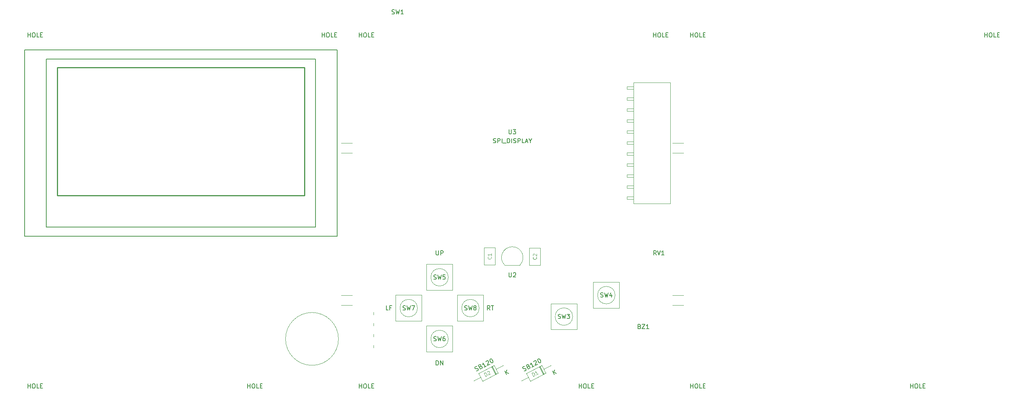
<source format=gbr>
G04 #@! TF.GenerationSoftware,KiCad,Pcbnew,(5.1.9-0-10_14)*
G04 #@! TF.CreationDate,2021-03-07T20:02:12-08:00*
G04 #@! TF.ProjectId,system,73797374-656d-42e6-9b69-6361645f7063,1.0-dev4*
G04 #@! TF.SameCoordinates,Original*
G04 #@! TF.FileFunction,Other,Fab,Top*
%FSLAX46Y46*%
G04 Gerber Fmt 4.6, Leading zero omitted, Abs format (unit mm)*
G04 Created by KiCad (PCBNEW (5.1.9-0-10_14)) date 2021-03-07 20:02:12*
%MOMM*%
%LPD*%
G01*
G04 APERTURE LIST*
%ADD10C,0.250000*%
%ADD11C,0.200000*%
%ADD12C,0.150000*%
%ADD13C,0.100000*%
%ADD14C,0.120000*%
G04 APERTURE END LIST*
D10*
X91809500Y-77596000D02*
X91809500Y-107096000D01*
X34809500Y-77596000D02*
X34809500Y-107096000D01*
D11*
X32309500Y-114396000D02*
X94309500Y-114396000D01*
X94309500Y-75596000D02*
X94309500Y-114396000D01*
X32309500Y-75596000D02*
X32309500Y-114396000D01*
X32309500Y-75596000D02*
X94309500Y-75596000D01*
D10*
X34809500Y-107096000D02*
X91809500Y-107096000D01*
X34809500Y-77596000D02*
X91809500Y-77596000D01*
D12*
X27309500Y-73496000D02*
X27309500Y-116496000D01*
X99309500Y-73496000D02*
X99309500Y-116496000D01*
X27309500Y-116496000D02*
X99309500Y-116496000D01*
X27309500Y-73496000D02*
X99309500Y-73496000D01*
D13*
X107696000Y-134066000D02*
X107696000Y-134666000D01*
X107696000Y-136606000D02*
X107696000Y-137206000D01*
X107696000Y-139146000D02*
X107696000Y-139746000D01*
X107696000Y-141686000D02*
X107696000Y-142286000D01*
X167636000Y-98806000D02*
X167640000Y-81026000D01*
X176146000Y-81026000D02*
X176146000Y-98806000D01*
X166116000Y-95296000D02*
X167636000Y-95296000D01*
X167636000Y-94696000D02*
X166116000Y-94696000D01*
X166116000Y-94696000D02*
X166116000Y-95296000D01*
X166116000Y-92756000D02*
X167636000Y-92756000D01*
X167636000Y-92156000D02*
X166116000Y-92156000D01*
X166116000Y-92156000D02*
X166116000Y-92756000D01*
X166116000Y-90216000D02*
X167636000Y-90216000D01*
X167636000Y-89616000D02*
X166116000Y-89616000D01*
X166116000Y-89616000D02*
X166116000Y-90216000D01*
X166116000Y-87676000D02*
X167636000Y-87676000D01*
X167636000Y-87076000D02*
X166116000Y-87076000D01*
X166116000Y-87076000D02*
X166116000Y-87676000D01*
X176146000Y-81026000D02*
X167640000Y-81026000D01*
X166116000Y-97836000D02*
X167636000Y-97836000D01*
X167636000Y-97236000D02*
X166116000Y-97236000D01*
X166116000Y-97236000D02*
X166116000Y-97836000D01*
X167636000Y-84536000D02*
X166116000Y-84536000D01*
X166116000Y-85136000D02*
X167636000Y-85136000D01*
X166116000Y-84536000D02*
X166116000Y-85136000D01*
X167636000Y-99776000D02*
X166116000Y-99776000D01*
X166116000Y-100376000D02*
X167636000Y-100376000D01*
X166116000Y-99776000D02*
X166116000Y-100376000D01*
X166116000Y-104856000D02*
X166116000Y-105456000D01*
X176146000Y-108966000D02*
X167636000Y-108966000D01*
X176146000Y-98806000D02*
X176146000Y-108966000D01*
X167636000Y-108966000D02*
X167636000Y-99776000D01*
X167640000Y-98806000D02*
X167636000Y-99776000D01*
X166116000Y-107396000D02*
X166116000Y-107996000D01*
X166116000Y-105456000D02*
X167636000Y-105456000D01*
X167636000Y-104856000D02*
X166116000Y-104856000D01*
X167636000Y-102316000D02*
X166116000Y-102316000D01*
X166116000Y-102316000D02*
X166116000Y-102916000D01*
X166116000Y-102916000D02*
X167636000Y-102916000D01*
X167636000Y-107396000D02*
X166116000Y-107396000D01*
X166116000Y-107996000D02*
X167636000Y-107996000D01*
X167636000Y-81996000D02*
X166116000Y-81996000D01*
X166116000Y-81996000D02*
X166116000Y-82596000D01*
X166116000Y-82596000D02*
X167636000Y-82596000D01*
D14*
X99635500Y-140208000D02*
G75*
G03*
X99635500Y-140208000I-6100000J0D01*
G01*
D13*
X153617564Y-135053000D02*
G75*
G03*
X153617564Y-135053000I-2015564J0D01*
G01*
X148602000Y-138053000D02*
X148602000Y-135053000D01*
X154602000Y-138053000D02*
X148602000Y-138053000D01*
X154602000Y-132053000D02*
X154602000Y-138053000D01*
X148602000Y-132053000D02*
X154602000Y-132053000D01*
X148602000Y-135053000D02*
X148602000Y-132053000D01*
X163396564Y-130100000D02*
G75*
G03*
X163396564Y-130100000I-2015564J0D01*
G01*
X158381000Y-133100000D02*
X158381000Y-130100000D01*
X164381000Y-133100000D02*
X158381000Y-133100000D01*
X164381000Y-127100000D02*
X164381000Y-133100000D01*
X158381000Y-127100000D02*
X164381000Y-127100000D01*
X158381000Y-130100000D02*
X158381000Y-127100000D01*
X124951564Y-125984000D02*
G75*
G03*
X124951564Y-125984000I-2015564J0D01*
G01*
X119936000Y-128984000D02*
X119936000Y-125984000D01*
X125936000Y-128984000D02*
X119936000Y-128984000D01*
X125936000Y-122984000D02*
X125936000Y-128984000D01*
X119936000Y-122984000D02*
X125936000Y-122984000D01*
X119936000Y-125984000D02*
X119936000Y-122984000D01*
X124951564Y-140208000D02*
G75*
G03*
X124951564Y-140208000I-2015564J0D01*
G01*
X125936000Y-137208000D02*
X125936000Y-140208000D01*
X119936000Y-137208000D02*
X125936000Y-137208000D01*
X119936000Y-143208000D02*
X119936000Y-137208000D01*
X125936000Y-143208000D02*
X119936000Y-143208000D01*
X125936000Y-140208000D02*
X125936000Y-143208000D01*
X117839564Y-133096000D02*
G75*
G03*
X117839564Y-133096000I-2015564J0D01*
G01*
X112824000Y-136096000D02*
X112824000Y-133096000D01*
X118824000Y-136096000D02*
X112824000Y-136096000D01*
X118824000Y-130096000D02*
X118824000Y-136096000D01*
X112824000Y-130096000D02*
X118824000Y-130096000D01*
X112824000Y-133096000D02*
X112824000Y-130096000D01*
X132063564Y-133096000D02*
G75*
G03*
X132063564Y-133096000I-2015564J0D01*
G01*
X133048000Y-130096000D02*
X133048000Y-133096000D01*
X127048000Y-130096000D02*
X133048000Y-130096000D01*
X127048000Y-136096000D02*
X127048000Y-130096000D01*
X133048000Y-136096000D02*
X127048000Y-136096000D01*
X133048000Y-133096000D02*
X133048000Y-136096000D01*
X179165000Y-132461000D02*
X176625000Y-132461000D01*
X179165000Y-130175000D02*
X176625000Y-130175000D01*
X179165000Y-94996000D02*
X176625000Y-94996000D01*
X179165000Y-97282000D02*
X176625000Y-97282000D01*
X100235000Y-94996000D02*
X102775000Y-94996000D01*
X100235000Y-97282000D02*
X102775000Y-97282000D01*
X100235000Y-132461000D02*
X102775000Y-132461000D01*
X100235000Y-130175000D02*
X102775000Y-130175000D01*
X135743000Y-123138000D02*
X135743000Y-119138000D01*
X133243000Y-123138000D02*
X135743000Y-123138000D01*
X133243000Y-119138000D02*
X133243000Y-123138000D01*
X135743000Y-119138000D02*
X133243000Y-119138000D01*
X143657000Y-123178000D02*
X146157000Y-123178000D01*
X146157000Y-123178000D02*
X146157000Y-119178000D01*
X146157000Y-119178000D02*
X143657000Y-119178000D01*
X143657000Y-119178000D02*
X143657000Y-123178000D01*
X147446259Y-148064252D02*
X146522762Y-146290230D01*
X146522762Y-146290230D02*
X142974718Y-148137225D01*
X142974718Y-148137225D02*
X143898216Y-149911246D01*
X143898216Y-149911246D02*
X147446259Y-148064252D01*
X148590000Y-146341476D02*
X146984510Y-147177241D01*
X141830977Y-149860000D02*
X143436467Y-149024235D01*
X146914053Y-148341301D02*
X145990555Y-146567279D01*
X146825351Y-148387476D02*
X145901854Y-146613454D01*
X147002754Y-148295126D02*
X146079256Y-146521104D01*
X135981777Y-148295126D02*
X135058279Y-146521104D01*
X135804374Y-148387476D02*
X134880877Y-146613454D01*
X135893076Y-148341301D02*
X134969578Y-146567279D01*
X130810000Y-149860000D02*
X132415490Y-149024235D01*
X137569023Y-146341476D02*
X135963533Y-147177241D01*
X132877239Y-149911246D02*
X136425282Y-148064252D01*
X131953741Y-148137225D02*
X132877239Y-149911246D01*
X135501785Y-146290230D02*
X131953741Y-148137225D01*
X136425282Y-148064252D02*
X135501785Y-146290230D01*
X137960000Y-123162000D02*
X141460000Y-123162000D01*
X137946375Y-123165625D02*
G75*
G02*
X139700000Y-118932000I1753625J1753625D01*
G01*
X141453625Y-123165625D02*
G75*
G03*
X139700000Y-118932000I-1753625J1753625D01*
G01*
D12*
X138938095Y-91908380D02*
X138938095Y-92717904D01*
X138985714Y-92813142D01*
X139033333Y-92860761D01*
X139128571Y-92908380D01*
X139319047Y-92908380D01*
X139414285Y-92860761D01*
X139461904Y-92813142D01*
X139509523Y-92717904D01*
X139509523Y-91908380D01*
X139890476Y-91908380D02*
X140509523Y-91908380D01*
X140176190Y-92289333D01*
X140319047Y-92289333D01*
X140414285Y-92336952D01*
X140461904Y-92384571D01*
X140509523Y-92479809D01*
X140509523Y-92717904D01*
X140461904Y-92813142D01*
X140414285Y-92860761D01*
X140319047Y-92908380D01*
X140033333Y-92908380D01*
X139938095Y-92860761D01*
X139890476Y-92813142D01*
X135319047Y-94900761D02*
X135461904Y-94948380D01*
X135700000Y-94948380D01*
X135795238Y-94900761D01*
X135842857Y-94853142D01*
X135890476Y-94757904D01*
X135890476Y-94662666D01*
X135842857Y-94567428D01*
X135795238Y-94519809D01*
X135700000Y-94472190D01*
X135509523Y-94424571D01*
X135414285Y-94376952D01*
X135366666Y-94329333D01*
X135319047Y-94234095D01*
X135319047Y-94138857D01*
X135366666Y-94043619D01*
X135414285Y-93996000D01*
X135509523Y-93948380D01*
X135747619Y-93948380D01*
X135890476Y-93996000D01*
X136319047Y-94948380D02*
X136319047Y-93948380D01*
X136700000Y-93948380D01*
X136795238Y-93996000D01*
X136842857Y-94043619D01*
X136890476Y-94138857D01*
X136890476Y-94281714D01*
X136842857Y-94376952D01*
X136795238Y-94424571D01*
X136700000Y-94472190D01*
X136319047Y-94472190D01*
X137319047Y-94948380D02*
X137319047Y-93948380D01*
X137557142Y-95043619D02*
X138319047Y-95043619D01*
X138557142Y-94948380D02*
X138557142Y-93948380D01*
X138795238Y-93948380D01*
X138938095Y-93996000D01*
X139033333Y-94091238D01*
X139080952Y-94186476D01*
X139128571Y-94376952D01*
X139128571Y-94519809D01*
X139080952Y-94710285D01*
X139033333Y-94805523D01*
X138938095Y-94900761D01*
X138795238Y-94948380D01*
X138557142Y-94948380D01*
X139557142Y-94948380D02*
X139557142Y-93948380D01*
X139985714Y-94900761D02*
X140128571Y-94948380D01*
X140366666Y-94948380D01*
X140461904Y-94900761D01*
X140509523Y-94853142D01*
X140557142Y-94757904D01*
X140557142Y-94662666D01*
X140509523Y-94567428D01*
X140461904Y-94519809D01*
X140366666Y-94472190D01*
X140176190Y-94424571D01*
X140080952Y-94376952D01*
X140033333Y-94329333D01*
X139985714Y-94234095D01*
X139985714Y-94138857D01*
X140033333Y-94043619D01*
X140080952Y-93996000D01*
X140176190Y-93948380D01*
X140414285Y-93948380D01*
X140557142Y-93996000D01*
X140985714Y-94948380D02*
X140985714Y-93948380D01*
X141366666Y-93948380D01*
X141461904Y-93996000D01*
X141509523Y-94043619D01*
X141557142Y-94138857D01*
X141557142Y-94281714D01*
X141509523Y-94376952D01*
X141461904Y-94424571D01*
X141366666Y-94472190D01*
X140985714Y-94472190D01*
X142461904Y-94948380D02*
X141985714Y-94948380D01*
X141985714Y-93948380D01*
X142747619Y-94662666D02*
X143223809Y-94662666D01*
X142652380Y-94948380D02*
X142985714Y-93948380D01*
X143319047Y-94948380D01*
X143842857Y-94472190D02*
X143842857Y-94948380D01*
X143509523Y-93948380D02*
X143842857Y-94472190D01*
X144176190Y-93948380D01*
X150268666Y-135457761D02*
X150411523Y-135505380D01*
X150649619Y-135505380D01*
X150744857Y-135457761D01*
X150792476Y-135410142D01*
X150840095Y-135314904D01*
X150840095Y-135219666D01*
X150792476Y-135124428D01*
X150744857Y-135076809D01*
X150649619Y-135029190D01*
X150459142Y-134981571D01*
X150363904Y-134933952D01*
X150316285Y-134886333D01*
X150268666Y-134791095D01*
X150268666Y-134695857D01*
X150316285Y-134600619D01*
X150363904Y-134553000D01*
X150459142Y-134505380D01*
X150697238Y-134505380D01*
X150840095Y-134553000D01*
X151173428Y-134505380D02*
X151411523Y-135505380D01*
X151602000Y-134791095D01*
X151792476Y-135505380D01*
X152030571Y-134505380D01*
X152316285Y-134505380D02*
X152935333Y-134505380D01*
X152602000Y-134886333D01*
X152744857Y-134886333D01*
X152840095Y-134933952D01*
X152887714Y-134981571D01*
X152935333Y-135076809D01*
X152935333Y-135314904D01*
X152887714Y-135410142D01*
X152840095Y-135457761D01*
X152744857Y-135505380D01*
X152459142Y-135505380D01*
X152363904Y-135457761D01*
X152316285Y-135410142D01*
X160047666Y-130504761D02*
X160190523Y-130552380D01*
X160428619Y-130552380D01*
X160523857Y-130504761D01*
X160571476Y-130457142D01*
X160619095Y-130361904D01*
X160619095Y-130266666D01*
X160571476Y-130171428D01*
X160523857Y-130123809D01*
X160428619Y-130076190D01*
X160238142Y-130028571D01*
X160142904Y-129980952D01*
X160095285Y-129933333D01*
X160047666Y-129838095D01*
X160047666Y-129742857D01*
X160095285Y-129647619D01*
X160142904Y-129600000D01*
X160238142Y-129552380D01*
X160476238Y-129552380D01*
X160619095Y-129600000D01*
X160952428Y-129552380D02*
X161190523Y-130552380D01*
X161381000Y-129838095D01*
X161571476Y-130552380D01*
X161809571Y-129552380D01*
X162619095Y-129885714D02*
X162619095Y-130552380D01*
X162381000Y-129504761D02*
X162142904Y-130219047D01*
X162761952Y-130219047D01*
X122150285Y-119848380D02*
X122150285Y-120657904D01*
X122197904Y-120753142D01*
X122245523Y-120800761D01*
X122340761Y-120848380D01*
X122531238Y-120848380D01*
X122626476Y-120800761D01*
X122674095Y-120753142D01*
X122721714Y-120657904D01*
X122721714Y-119848380D01*
X123197904Y-120848380D02*
X123197904Y-119848380D01*
X123578857Y-119848380D01*
X123674095Y-119896000D01*
X123721714Y-119943619D01*
X123769333Y-120038857D01*
X123769333Y-120181714D01*
X123721714Y-120276952D01*
X123674095Y-120324571D01*
X123578857Y-120372190D01*
X123197904Y-120372190D01*
X121602666Y-126388761D02*
X121745523Y-126436380D01*
X121983619Y-126436380D01*
X122078857Y-126388761D01*
X122126476Y-126341142D01*
X122174095Y-126245904D01*
X122174095Y-126150666D01*
X122126476Y-126055428D01*
X122078857Y-126007809D01*
X121983619Y-125960190D01*
X121793142Y-125912571D01*
X121697904Y-125864952D01*
X121650285Y-125817333D01*
X121602666Y-125722095D01*
X121602666Y-125626857D01*
X121650285Y-125531619D01*
X121697904Y-125484000D01*
X121793142Y-125436380D01*
X122031238Y-125436380D01*
X122174095Y-125484000D01*
X122507428Y-125436380D02*
X122745523Y-126436380D01*
X122936000Y-125722095D01*
X123126476Y-126436380D01*
X123364571Y-125436380D01*
X124221714Y-125436380D02*
X123745523Y-125436380D01*
X123697904Y-125912571D01*
X123745523Y-125864952D01*
X123840761Y-125817333D01*
X124078857Y-125817333D01*
X124174095Y-125864952D01*
X124221714Y-125912571D01*
X124269333Y-126007809D01*
X124269333Y-126245904D01*
X124221714Y-126341142D01*
X124174095Y-126388761D01*
X124078857Y-126436380D01*
X123840761Y-126436380D01*
X123745523Y-126388761D01*
X123697904Y-126341142D01*
X122150285Y-146248380D02*
X122150285Y-145248380D01*
X122388380Y-145248380D01*
X122531238Y-145296000D01*
X122626476Y-145391238D01*
X122674095Y-145486476D01*
X122721714Y-145676952D01*
X122721714Y-145819809D01*
X122674095Y-146010285D01*
X122626476Y-146105523D01*
X122531238Y-146200761D01*
X122388380Y-146248380D01*
X122150285Y-146248380D01*
X123150285Y-146248380D02*
X123150285Y-145248380D01*
X123721714Y-146248380D01*
X123721714Y-145248380D01*
X121602666Y-140612761D02*
X121745523Y-140660380D01*
X121983619Y-140660380D01*
X122078857Y-140612761D01*
X122126476Y-140565142D01*
X122174095Y-140469904D01*
X122174095Y-140374666D01*
X122126476Y-140279428D01*
X122078857Y-140231809D01*
X121983619Y-140184190D01*
X121793142Y-140136571D01*
X121697904Y-140088952D01*
X121650285Y-140041333D01*
X121602666Y-139946095D01*
X121602666Y-139850857D01*
X121650285Y-139755619D01*
X121697904Y-139708000D01*
X121793142Y-139660380D01*
X122031238Y-139660380D01*
X122174095Y-139708000D01*
X122507428Y-139660380D02*
X122745523Y-140660380D01*
X122936000Y-139946095D01*
X123126476Y-140660380D01*
X123364571Y-139660380D01*
X124174095Y-139660380D02*
X123983619Y-139660380D01*
X123888380Y-139708000D01*
X123840761Y-139755619D01*
X123745523Y-139898476D01*
X123697904Y-140088952D01*
X123697904Y-140469904D01*
X123745523Y-140565142D01*
X123793142Y-140612761D01*
X123888380Y-140660380D01*
X124078857Y-140660380D01*
X124174095Y-140612761D01*
X124221714Y-140565142D01*
X124269333Y-140469904D01*
X124269333Y-140231809D01*
X124221714Y-140136571D01*
X124174095Y-140088952D01*
X124078857Y-140041333D01*
X123888380Y-140041333D01*
X123793142Y-140088952D01*
X123745523Y-140136571D01*
X123697904Y-140231809D01*
X111132952Y-133548380D02*
X110656761Y-133548380D01*
X110656761Y-132548380D01*
X111799619Y-133024571D02*
X111466285Y-133024571D01*
X111466285Y-133548380D02*
X111466285Y-132548380D01*
X111942476Y-132548380D01*
X114490666Y-133500761D02*
X114633523Y-133548380D01*
X114871619Y-133548380D01*
X114966857Y-133500761D01*
X115014476Y-133453142D01*
X115062095Y-133357904D01*
X115062095Y-133262666D01*
X115014476Y-133167428D01*
X114966857Y-133119809D01*
X114871619Y-133072190D01*
X114681142Y-133024571D01*
X114585904Y-132976952D01*
X114538285Y-132929333D01*
X114490666Y-132834095D01*
X114490666Y-132738857D01*
X114538285Y-132643619D01*
X114585904Y-132596000D01*
X114681142Y-132548380D01*
X114919238Y-132548380D01*
X115062095Y-132596000D01*
X115395428Y-132548380D02*
X115633523Y-133548380D01*
X115824000Y-132834095D01*
X116014476Y-133548380D01*
X116252571Y-132548380D01*
X116538285Y-132548380D02*
X117204952Y-132548380D01*
X116776380Y-133548380D01*
X134548571Y-133548380D02*
X134215238Y-133072190D01*
X133977142Y-133548380D02*
X133977142Y-132548380D01*
X134358095Y-132548380D01*
X134453333Y-132596000D01*
X134500952Y-132643619D01*
X134548571Y-132738857D01*
X134548571Y-132881714D01*
X134500952Y-132976952D01*
X134453333Y-133024571D01*
X134358095Y-133072190D01*
X133977142Y-133072190D01*
X134834285Y-132548380D02*
X135405714Y-132548380D01*
X135120000Y-133548380D02*
X135120000Y-132548380D01*
X128714666Y-133500761D02*
X128857523Y-133548380D01*
X129095619Y-133548380D01*
X129190857Y-133500761D01*
X129238476Y-133453142D01*
X129286095Y-133357904D01*
X129286095Y-133262666D01*
X129238476Y-133167428D01*
X129190857Y-133119809D01*
X129095619Y-133072190D01*
X128905142Y-133024571D01*
X128809904Y-132976952D01*
X128762285Y-132929333D01*
X128714666Y-132834095D01*
X128714666Y-132738857D01*
X128762285Y-132643619D01*
X128809904Y-132596000D01*
X128905142Y-132548380D01*
X129143238Y-132548380D01*
X129286095Y-132596000D01*
X129619428Y-132548380D02*
X129857523Y-133548380D01*
X130048000Y-132834095D01*
X130238476Y-133548380D01*
X130476571Y-132548380D01*
X131000380Y-132976952D02*
X130905142Y-132929333D01*
X130857523Y-132881714D01*
X130809904Y-132786476D01*
X130809904Y-132738857D01*
X130857523Y-132643619D01*
X130905142Y-132596000D01*
X131000380Y-132548380D01*
X131190857Y-132548380D01*
X131286095Y-132596000D01*
X131333714Y-132643619D01*
X131381333Y-132738857D01*
X131381333Y-132786476D01*
X131333714Y-132881714D01*
X131286095Y-132929333D01*
X131190857Y-132976952D01*
X131000380Y-132976952D01*
X130905142Y-133024571D01*
X130857523Y-133072190D01*
X130809904Y-133167428D01*
X130809904Y-133357904D01*
X130857523Y-133453142D01*
X130905142Y-133500761D01*
X131000380Y-133548380D01*
X131190857Y-133548380D01*
X131286095Y-133500761D01*
X131333714Y-133453142D01*
X131381333Y-133357904D01*
X131381333Y-133167428D01*
X131333714Y-133072190D01*
X131286095Y-133024571D01*
X131190857Y-132976952D01*
X248632833Y-70556380D02*
X248632833Y-69556380D01*
X248632833Y-70032571D02*
X249204261Y-70032571D01*
X249204261Y-70556380D02*
X249204261Y-69556380D01*
X249870928Y-69556380D02*
X250061404Y-69556380D01*
X250156642Y-69604000D01*
X250251880Y-69699238D01*
X250299500Y-69889714D01*
X250299500Y-70223047D01*
X250251880Y-70413523D01*
X250156642Y-70508761D01*
X250061404Y-70556380D01*
X249870928Y-70556380D01*
X249775690Y-70508761D01*
X249680452Y-70413523D01*
X249632833Y-70223047D01*
X249632833Y-69889714D01*
X249680452Y-69699238D01*
X249775690Y-69604000D01*
X249870928Y-69556380D01*
X251204261Y-70556380D02*
X250728071Y-70556380D01*
X250728071Y-69556380D01*
X251537595Y-70032571D02*
X251870928Y-70032571D01*
X252013785Y-70556380D02*
X251537595Y-70556380D01*
X251537595Y-69556380D01*
X252013785Y-69556380D01*
X231487833Y-151582380D02*
X231487833Y-150582380D01*
X231487833Y-151058571D02*
X232059261Y-151058571D01*
X232059261Y-151582380D02*
X232059261Y-150582380D01*
X232725928Y-150582380D02*
X232916404Y-150582380D01*
X233011642Y-150630000D01*
X233106880Y-150725238D01*
X233154500Y-150915714D01*
X233154500Y-151249047D01*
X233106880Y-151439523D01*
X233011642Y-151534761D01*
X232916404Y-151582380D01*
X232725928Y-151582380D01*
X232630690Y-151534761D01*
X232535452Y-151439523D01*
X232487833Y-151249047D01*
X232487833Y-150915714D01*
X232535452Y-150725238D01*
X232630690Y-150630000D01*
X232725928Y-150582380D01*
X234059261Y-151582380D02*
X233583071Y-151582380D01*
X233583071Y-150582380D01*
X234392595Y-151058571D02*
X234725928Y-151058571D01*
X234868785Y-151582380D02*
X234392595Y-151582380D01*
X234392595Y-150582380D01*
X234868785Y-150582380D01*
X180814833Y-70556380D02*
X180814833Y-69556380D01*
X180814833Y-70032571D02*
X181386261Y-70032571D01*
X181386261Y-70556380D02*
X181386261Y-69556380D01*
X182052928Y-69556380D02*
X182243404Y-69556380D01*
X182338642Y-69604000D01*
X182433880Y-69699238D01*
X182481500Y-69889714D01*
X182481500Y-70223047D01*
X182433880Y-70413523D01*
X182338642Y-70508761D01*
X182243404Y-70556380D01*
X182052928Y-70556380D01*
X181957690Y-70508761D01*
X181862452Y-70413523D01*
X181814833Y-70223047D01*
X181814833Y-69889714D01*
X181862452Y-69699238D01*
X181957690Y-69604000D01*
X182052928Y-69556380D01*
X183386261Y-70556380D02*
X182910071Y-70556380D01*
X182910071Y-69556380D01*
X183719595Y-70032571D02*
X184052928Y-70032571D01*
X184195785Y-70556380D02*
X183719595Y-70556380D01*
X183719595Y-69556380D01*
X184195785Y-69556380D01*
X180814833Y-151582380D02*
X180814833Y-150582380D01*
X180814833Y-151058571D02*
X181386261Y-151058571D01*
X181386261Y-151582380D02*
X181386261Y-150582380D01*
X182052928Y-150582380D02*
X182243404Y-150582380D01*
X182338642Y-150630000D01*
X182433880Y-150725238D01*
X182481500Y-150915714D01*
X182481500Y-151249047D01*
X182433880Y-151439523D01*
X182338642Y-151534761D01*
X182243404Y-151582380D01*
X182052928Y-151582380D01*
X181957690Y-151534761D01*
X181862452Y-151439523D01*
X181814833Y-151249047D01*
X181814833Y-150915714D01*
X181862452Y-150725238D01*
X181957690Y-150630000D01*
X182052928Y-150582380D01*
X183386261Y-151582380D02*
X182910071Y-151582380D01*
X182910071Y-150582380D01*
X183719595Y-151058571D02*
X184052928Y-151058571D01*
X184195785Y-151582380D02*
X183719595Y-151582380D01*
X183719595Y-150582380D01*
X184195785Y-150582380D01*
X172886761Y-120848380D02*
X172553428Y-120372190D01*
X172315333Y-120848380D02*
X172315333Y-119848380D01*
X172696285Y-119848380D01*
X172791523Y-119896000D01*
X172839142Y-119943619D01*
X172886761Y-120038857D01*
X172886761Y-120181714D01*
X172839142Y-120276952D01*
X172791523Y-120324571D01*
X172696285Y-120372190D01*
X172315333Y-120372190D01*
X173172476Y-119848380D02*
X173505809Y-120848380D01*
X173839142Y-119848380D01*
X174696285Y-120848380D02*
X174124857Y-120848380D01*
X174410571Y-120848380D02*
X174410571Y-119848380D01*
X174315333Y-119991238D01*
X174220095Y-120086476D01*
X174124857Y-120134095D01*
X95851833Y-70556380D02*
X95851833Y-69556380D01*
X95851833Y-70032571D02*
X96423261Y-70032571D01*
X96423261Y-70556380D02*
X96423261Y-69556380D01*
X97089928Y-69556380D02*
X97280404Y-69556380D01*
X97375642Y-69604000D01*
X97470880Y-69699238D01*
X97518500Y-69889714D01*
X97518500Y-70223047D01*
X97470880Y-70413523D01*
X97375642Y-70508761D01*
X97280404Y-70556380D01*
X97089928Y-70556380D01*
X96994690Y-70508761D01*
X96899452Y-70413523D01*
X96851833Y-70223047D01*
X96851833Y-69889714D01*
X96899452Y-69699238D01*
X96994690Y-69604000D01*
X97089928Y-69556380D01*
X98423261Y-70556380D02*
X97947071Y-70556380D01*
X97947071Y-69556380D01*
X98756595Y-70032571D02*
X99089928Y-70032571D01*
X99232785Y-70556380D02*
X98756595Y-70556380D01*
X98756595Y-69556380D01*
X99232785Y-69556380D01*
X78706833Y-151582380D02*
X78706833Y-150582380D01*
X78706833Y-151058571D02*
X79278261Y-151058571D01*
X79278261Y-151582380D02*
X79278261Y-150582380D01*
X79944928Y-150582380D02*
X80135404Y-150582380D01*
X80230642Y-150630000D01*
X80325880Y-150725238D01*
X80373500Y-150915714D01*
X80373500Y-151249047D01*
X80325880Y-151439523D01*
X80230642Y-151534761D01*
X80135404Y-151582380D01*
X79944928Y-151582380D01*
X79849690Y-151534761D01*
X79754452Y-151439523D01*
X79706833Y-151249047D01*
X79706833Y-150915714D01*
X79754452Y-150725238D01*
X79849690Y-150630000D01*
X79944928Y-150582380D01*
X81278261Y-151582380D02*
X80802071Y-151582380D01*
X80802071Y-150582380D01*
X81611595Y-151058571D02*
X81944928Y-151058571D01*
X82087785Y-151582380D02*
X81611595Y-151582380D01*
X81611595Y-150582380D01*
X82087785Y-150582380D01*
X28033833Y-70556380D02*
X28033833Y-69556380D01*
X28033833Y-70032571D02*
X28605261Y-70032571D01*
X28605261Y-70556380D02*
X28605261Y-69556380D01*
X29271928Y-69556380D02*
X29462404Y-69556380D01*
X29557642Y-69604000D01*
X29652880Y-69699238D01*
X29700500Y-69889714D01*
X29700500Y-70223047D01*
X29652880Y-70413523D01*
X29557642Y-70508761D01*
X29462404Y-70556380D01*
X29271928Y-70556380D01*
X29176690Y-70508761D01*
X29081452Y-70413523D01*
X29033833Y-70223047D01*
X29033833Y-69889714D01*
X29081452Y-69699238D01*
X29176690Y-69604000D01*
X29271928Y-69556380D01*
X30605261Y-70556380D02*
X30129071Y-70556380D01*
X30129071Y-69556380D01*
X30938595Y-70032571D02*
X31271928Y-70032571D01*
X31414785Y-70556380D02*
X30938595Y-70556380D01*
X30938595Y-69556380D01*
X31414785Y-69556380D01*
X28033833Y-151582380D02*
X28033833Y-150582380D01*
X28033833Y-151058571D02*
X28605261Y-151058571D01*
X28605261Y-151582380D02*
X28605261Y-150582380D01*
X29271928Y-150582380D02*
X29462404Y-150582380D01*
X29557642Y-150630000D01*
X29652880Y-150725238D01*
X29700500Y-150915714D01*
X29700500Y-151249047D01*
X29652880Y-151439523D01*
X29557642Y-151534761D01*
X29462404Y-151582380D01*
X29271928Y-151582380D01*
X29176690Y-151534761D01*
X29081452Y-151439523D01*
X29033833Y-151249047D01*
X29033833Y-150915714D01*
X29081452Y-150725238D01*
X29176690Y-150630000D01*
X29271928Y-150582380D01*
X30605261Y-151582380D02*
X30129071Y-151582380D01*
X30129071Y-150582380D01*
X30938595Y-151058571D02*
X31271928Y-151058571D01*
X31414785Y-151582380D02*
X30938595Y-151582380D01*
X30938595Y-150582380D01*
X31414785Y-150582380D01*
X104424333Y-151582380D02*
X104424333Y-150582380D01*
X104424333Y-151058571D02*
X104995761Y-151058571D01*
X104995761Y-151582380D02*
X104995761Y-150582380D01*
X105662428Y-150582380D02*
X105852904Y-150582380D01*
X105948142Y-150630000D01*
X106043380Y-150725238D01*
X106091000Y-150915714D01*
X106091000Y-151249047D01*
X106043380Y-151439523D01*
X105948142Y-151534761D01*
X105852904Y-151582380D01*
X105662428Y-151582380D01*
X105567190Y-151534761D01*
X105471952Y-151439523D01*
X105424333Y-151249047D01*
X105424333Y-150915714D01*
X105471952Y-150725238D01*
X105567190Y-150630000D01*
X105662428Y-150582380D01*
X106995761Y-151582380D02*
X106519571Y-151582380D01*
X106519571Y-150582380D01*
X107329095Y-151058571D02*
X107662428Y-151058571D01*
X107805285Y-151582380D02*
X107329095Y-151582380D01*
X107329095Y-150582380D01*
X107805285Y-150582380D01*
X104424333Y-70556380D02*
X104424333Y-69556380D01*
X104424333Y-70032571D02*
X104995761Y-70032571D01*
X104995761Y-70556380D02*
X104995761Y-69556380D01*
X105662428Y-69556380D02*
X105852904Y-69556380D01*
X105948142Y-69604000D01*
X106043380Y-69699238D01*
X106091000Y-69889714D01*
X106091000Y-70223047D01*
X106043380Y-70413523D01*
X105948142Y-70508761D01*
X105852904Y-70556380D01*
X105662428Y-70556380D01*
X105567190Y-70508761D01*
X105471952Y-70413523D01*
X105424333Y-70223047D01*
X105424333Y-69889714D01*
X105471952Y-69699238D01*
X105567190Y-69604000D01*
X105662428Y-69556380D01*
X106995761Y-70556380D02*
X106519571Y-70556380D01*
X106519571Y-69556380D01*
X107329095Y-70032571D02*
X107662428Y-70032571D01*
X107805285Y-70556380D02*
X107329095Y-70556380D01*
X107329095Y-69556380D01*
X107805285Y-69556380D01*
X155097333Y-151582380D02*
X155097333Y-150582380D01*
X155097333Y-151058571D02*
X155668761Y-151058571D01*
X155668761Y-151582380D02*
X155668761Y-150582380D01*
X156335428Y-150582380D02*
X156525904Y-150582380D01*
X156621142Y-150630000D01*
X156716380Y-150725238D01*
X156764000Y-150915714D01*
X156764000Y-151249047D01*
X156716380Y-151439523D01*
X156621142Y-151534761D01*
X156525904Y-151582380D01*
X156335428Y-151582380D01*
X156240190Y-151534761D01*
X156144952Y-151439523D01*
X156097333Y-151249047D01*
X156097333Y-150915714D01*
X156144952Y-150725238D01*
X156240190Y-150630000D01*
X156335428Y-150582380D01*
X157668761Y-151582380D02*
X157192571Y-151582380D01*
X157192571Y-150582380D01*
X158002095Y-151058571D02*
X158335428Y-151058571D01*
X158478285Y-151582380D02*
X158002095Y-151582380D01*
X158002095Y-150582380D01*
X158478285Y-150582380D01*
X172242333Y-70556380D02*
X172242333Y-69556380D01*
X172242333Y-70032571D02*
X172813761Y-70032571D01*
X172813761Y-70556380D02*
X172813761Y-69556380D01*
X173480428Y-69556380D02*
X173670904Y-69556380D01*
X173766142Y-69604000D01*
X173861380Y-69699238D01*
X173909000Y-69889714D01*
X173909000Y-70223047D01*
X173861380Y-70413523D01*
X173766142Y-70508761D01*
X173670904Y-70556380D01*
X173480428Y-70556380D01*
X173385190Y-70508761D01*
X173289952Y-70413523D01*
X173242333Y-70223047D01*
X173242333Y-69889714D01*
X173289952Y-69699238D01*
X173385190Y-69604000D01*
X173480428Y-69556380D01*
X174813761Y-70556380D02*
X174337571Y-70556380D01*
X174337571Y-69556380D01*
X175147095Y-70032571D02*
X175480428Y-70032571D01*
X175623285Y-70556380D02*
X175147095Y-70556380D01*
X175147095Y-69556380D01*
X175623285Y-69556380D01*
X169045047Y-137342571D02*
X169187904Y-137390190D01*
X169235523Y-137437809D01*
X169283142Y-137533047D01*
X169283142Y-137675904D01*
X169235523Y-137771142D01*
X169187904Y-137818761D01*
X169092666Y-137866380D01*
X168711714Y-137866380D01*
X168711714Y-136866380D01*
X169045047Y-136866380D01*
X169140285Y-136914000D01*
X169187904Y-136961619D01*
X169235523Y-137056857D01*
X169235523Y-137152095D01*
X169187904Y-137247333D01*
X169140285Y-137294952D01*
X169045047Y-137342571D01*
X168711714Y-137342571D01*
X169616476Y-136866380D02*
X170283142Y-136866380D01*
X169616476Y-137866380D01*
X170283142Y-137866380D01*
X171187904Y-137866380D02*
X170616476Y-137866380D01*
X170902190Y-137866380D02*
X170902190Y-136866380D01*
X170806952Y-137009238D01*
X170711714Y-137104476D01*
X170616476Y-137152095D01*
D14*
X134778714Y-121271333D02*
X134816809Y-121309428D01*
X134854904Y-121423714D01*
X134854904Y-121499904D01*
X134816809Y-121614190D01*
X134740619Y-121690380D01*
X134664428Y-121728476D01*
X134512047Y-121766571D01*
X134397761Y-121766571D01*
X134245380Y-121728476D01*
X134169190Y-121690380D01*
X134093000Y-121614190D01*
X134054904Y-121499904D01*
X134054904Y-121423714D01*
X134093000Y-121309428D01*
X134131095Y-121271333D01*
X134854904Y-120509428D02*
X134854904Y-120966571D01*
X134854904Y-120738000D02*
X134054904Y-120738000D01*
X134169190Y-120814190D01*
X134245380Y-120890380D01*
X134283476Y-120966571D01*
X145192714Y-121311333D02*
X145230809Y-121349428D01*
X145268904Y-121463714D01*
X145268904Y-121539904D01*
X145230809Y-121654190D01*
X145154619Y-121730380D01*
X145078428Y-121768476D01*
X144926047Y-121806571D01*
X144811761Y-121806571D01*
X144659380Y-121768476D01*
X144583190Y-121730380D01*
X144507000Y-121654190D01*
X144468904Y-121539904D01*
X144468904Y-121463714D01*
X144507000Y-121349428D01*
X144545095Y-121311333D01*
X144545095Y-121006571D02*
X144507000Y-120968476D01*
X144468904Y-120892285D01*
X144468904Y-120701809D01*
X144507000Y-120625619D01*
X144545095Y-120587523D01*
X144621285Y-120549428D01*
X144697476Y-120549428D01*
X144811761Y-120587523D01*
X145268904Y-121044666D01*
X145268904Y-120549428D01*
D12*
X142454384Y-147601746D02*
X142603088Y-147578021D01*
X142814281Y-147468080D01*
X142876770Y-147381866D01*
X142897021Y-147317639D01*
X142895284Y-147211174D01*
X142851308Y-147126697D01*
X142765093Y-147064207D01*
X142700866Y-147043957D01*
X142594401Y-147045694D01*
X142403458Y-147091408D01*
X142296993Y-147093145D01*
X142232767Y-147072895D01*
X142146552Y-147010405D01*
X142102576Y-146925928D01*
X142100838Y-146819463D01*
X142121089Y-146755236D01*
X142183578Y-146669022D01*
X142394771Y-146559082D01*
X142543475Y-146535356D01*
X143417185Y-146563695D02*
X143565889Y-146539970D01*
X143630116Y-146560220D01*
X143716330Y-146622709D01*
X143782294Y-146749425D01*
X143784032Y-146855891D01*
X143763781Y-146920117D01*
X143701292Y-147006332D01*
X143363383Y-147182236D01*
X142901635Y-146295225D01*
X143197305Y-146141309D01*
X143303770Y-146139572D01*
X143367997Y-146159822D01*
X143454211Y-146222311D01*
X143498187Y-146306789D01*
X143499925Y-146413254D01*
X143479674Y-146477480D01*
X143417185Y-146563695D01*
X143121515Y-146717611D01*
X144715019Y-146478619D02*
X144208155Y-146742475D01*
X144461587Y-146610547D02*
X143999838Y-145723536D01*
X143981325Y-145894228D01*
X143940824Y-146022682D01*
X143878335Y-146108896D01*
X144635155Y-145500181D02*
X144655406Y-145435955D01*
X144717895Y-145349740D01*
X144929088Y-145239800D01*
X145035553Y-145238062D01*
X145099780Y-145258313D01*
X145185994Y-145320802D01*
X145229971Y-145405279D01*
X145253696Y-145553983D01*
X145010689Y-146324703D01*
X145559791Y-146038859D01*
X145647144Y-144866003D02*
X145731622Y-144822027D01*
X145838087Y-144820290D01*
X145902313Y-144840540D01*
X145988528Y-144903030D01*
X146118719Y-145049996D01*
X146228659Y-145261189D01*
X146274372Y-145452132D01*
X146276110Y-145558597D01*
X146255859Y-145622823D01*
X146193370Y-145709038D01*
X146108893Y-145753014D01*
X146002428Y-145754752D01*
X145938201Y-145734501D01*
X145851986Y-145672012D01*
X145721796Y-145525045D01*
X145611855Y-145313852D01*
X145566142Y-145122910D01*
X145564405Y-145016445D01*
X145584655Y-144952218D01*
X145647144Y-144866003D01*
X149397721Y-148460295D02*
X148935973Y-147573285D01*
X149904585Y-148196439D02*
X149260581Y-147887468D01*
X149442836Y-147309428D02*
X149199829Y-148080148D01*
D14*
X144587735Y-148832928D02*
X144218336Y-148123319D01*
X144387290Y-148035367D01*
X144506253Y-148016386D01*
X144609016Y-148048787D01*
X144677988Y-148098779D01*
X144782140Y-148216352D01*
X144834912Y-148317724D01*
X144871482Y-148470478D01*
X144872872Y-148555651D01*
X144840471Y-148658413D01*
X144756689Y-148744975D01*
X144587735Y-148832928D01*
X145669043Y-148270034D02*
X145263553Y-148481119D01*
X145466298Y-148375576D02*
X145096899Y-147665968D01*
X145082088Y-147802521D01*
X145049688Y-147905284D01*
X144999696Y-147974256D01*
D12*
X131433407Y-147601746D02*
X131582111Y-147578021D01*
X131793304Y-147468080D01*
X131855793Y-147381866D01*
X131876044Y-147317639D01*
X131874307Y-147211174D01*
X131830331Y-147126697D01*
X131744116Y-147064207D01*
X131679889Y-147043957D01*
X131573424Y-147045694D01*
X131382481Y-147091408D01*
X131276016Y-147093145D01*
X131211790Y-147072895D01*
X131125575Y-147010405D01*
X131081599Y-146925928D01*
X131079861Y-146819463D01*
X131100112Y-146755236D01*
X131162601Y-146669022D01*
X131373794Y-146559082D01*
X131522498Y-146535356D01*
X132396208Y-146563695D02*
X132544912Y-146539970D01*
X132609139Y-146560220D01*
X132695353Y-146622709D01*
X132761317Y-146749425D01*
X132763055Y-146855891D01*
X132742804Y-146920117D01*
X132680315Y-147006332D01*
X132342406Y-147182236D01*
X131880658Y-146295225D01*
X132176328Y-146141309D01*
X132282793Y-146139572D01*
X132347020Y-146159822D01*
X132433234Y-146222311D01*
X132477210Y-146306789D01*
X132478948Y-146413254D01*
X132458697Y-146477480D01*
X132396208Y-146563695D01*
X132100538Y-146717611D01*
X133694042Y-146478619D02*
X133187178Y-146742475D01*
X133440610Y-146610547D02*
X132978861Y-145723536D01*
X132960348Y-145894228D01*
X132919847Y-146022682D01*
X132857358Y-146108896D01*
X133614178Y-145500181D02*
X133634429Y-145435955D01*
X133696918Y-145349740D01*
X133908111Y-145239800D01*
X134014576Y-145238062D01*
X134078803Y-145258313D01*
X134165017Y-145320802D01*
X134208994Y-145405279D01*
X134232719Y-145553983D01*
X133989712Y-146324703D01*
X134538814Y-146038859D01*
X134626167Y-144866003D02*
X134710645Y-144822027D01*
X134817110Y-144820290D01*
X134881336Y-144840540D01*
X134967551Y-144903030D01*
X135097742Y-145049996D01*
X135207682Y-145261189D01*
X135253395Y-145452132D01*
X135255133Y-145558597D01*
X135234882Y-145622823D01*
X135172393Y-145709038D01*
X135087916Y-145753014D01*
X134981451Y-145754752D01*
X134917224Y-145734501D01*
X134831009Y-145672012D01*
X134700819Y-145525045D01*
X134590878Y-145313852D01*
X134545165Y-145122910D01*
X134543428Y-145016445D01*
X134563678Y-144952218D01*
X134626167Y-144866003D01*
D14*
X133566758Y-148832928D02*
X133197359Y-148123319D01*
X133366313Y-148035367D01*
X133485276Y-148016386D01*
X133588039Y-148048787D01*
X133657011Y-148098779D01*
X133761163Y-148216352D01*
X133813935Y-148317724D01*
X133850505Y-148470478D01*
X133851895Y-148555651D01*
X133819494Y-148658413D01*
X133735712Y-148744975D01*
X133566758Y-148832928D01*
X133908357Y-147839092D02*
X133924558Y-147787711D01*
X133974549Y-147718739D01*
X134143504Y-147630787D01*
X134228676Y-147629397D01*
X134280057Y-147645597D01*
X134349029Y-147695589D01*
X134384210Y-147763171D01*
X134403190Y-147882134D01*
X134208785Y-148498709D01*
X134648066Y-148270034D01*
D12*
X138376744Y-148460295D02*
X137914996Y-147573285D01*
X138883608Y-148196439D02*
X138239604Y-147887468D01*
X138421859Y-147309428D02*
X138178852Y-148080148D01*
X111950666Y-65174761D02*
X112093523Y-65222380D01*
X112331619Y-65222380D01*
X112426857Y-65174761D01*
X112474476Y-65127142D01*
X112522095Y-65031904D01*
X112522095Y-64936666D01*
X112474476Y-64841428D01*
X112426857Y-64793809D01*
X112331619Y-64746190D01*
X112141142Y-64698571D01*
X112045904Y-64650952D01*
X111998285Y-64603333D01*
X111950666Y-64508095D01*
X111950666Y-64412857D01*
X111998285Y-64317619D01*
X112045904Y-64270000D01*
X112141142Y-64222380D01*
X112379238Y-64222380D01*
X112522095Y-64270000D01*
X112855428Y-64222380D02*
X113093523Y-65222380D01*
X113284000Y-64508095D01*
X113474476Y-65222380D01*
X113712571Y-64222380D01*
X114617333Y-65222380D02*
X114045904Y-65222380D01*
X114331619Y-65222380D02*
X114331619Y-64222380D01*
X114236380Y-64365238D01*
X114141142Y-64460476D01*
X114045904Y-64508095D01*
X138938095Y-124928380D02*
X138938095Y-125737904D01*
X138985714Y-125833142D01*
X139033333Y-125880761D01*
X139128571Y-125928380D01*
X139319047Y-125928380D01*
X139414285Y-125880761D01*
X139461904Y-125833142D01*
X139509523Y-125737904D01*
X139509523Y-124928380D01*
X139938095Y-125023619D02*
X139985714Y-124976000D01*
X140080952Y-124928380D01*
X140319047Y-124928380D01*
X140414285Y-124976000D01*
X140461904Y-125023619D01*
X140509523Y-125118857D01*
X140509523Y-125214095D01*
X140461904Y-125356952D01*
X139890476Y-125928380D01*
X140509523Y-125928380D01*
M02*

</source>
